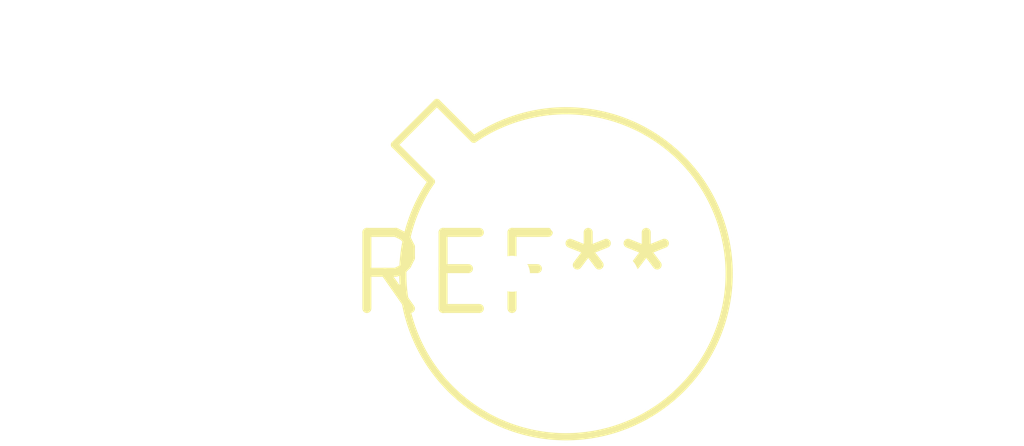
<source format=kicad_pcb>
(kicad_pcb (version 20240108) (generator pcbnew)
  (layers (0 "F.Cu" signal) (31 "B.Cu" signal) (34 "B.Paste" user) (35 "F.Paste" user) (36 "B.SilkS" user "B.Silkscreen") (37 "F.SilkS" user "F.Silkscreen") (38 "B.Mask" user) (39 "F.Mask" user) (44 "Edge.Cuts" user))
  (net 0 "")
  (footprint "TO-17-4_Window" (layer "F.Cu") (at 0 0)
    (property "Reference" "REF**")
    (property "Value" "TO-17-4_Window")
    (fp_line (start -1.959292 -2.152185) (end -1.344109 -1.537002) (layer "F.SilkS") (stroke (width 0.12)))
    (fp_line (start -1.252185 -2.859292) (end -1.959292 -2.152185) (layer "F.SilkS") (stroke (width 0.12)))
    (fp_line (start -0.637002 -2.244109) (end -1.252185 -2.859292) (layer "F.SilkS") (stroke (width 0.12)))
    (fp_arc (start -0.637002 -2.244109) (mid 2.82358 1.923081) (end -1.344508 -1.536419) (layer "F.SilkS") (stroke (width 0.12)))
    (pad "1" thru_hole oval (at 0 0) (size 1.2 0.9) (drill 0.6) (layers *.Cu *.Mask) (remove_unused_layers))
    (pad "2" thru_hole oval (at 0.9 0.9) (size 0.9 0.9) (drill 0.6) (layers *.Cu *.Mask) (remove_unused_layers))
    (pad "3" thru_hole oval (at 1.8 0) (size 0.9 0.9) (drill 0.6) (layers *.Cu *.Mask) (remove_unused_layers))
    (pad "4" thru_hole oval (at 0.9 -0.9) (size 0.9 0.9) (drill 0.6) (layers *.Cu *.Mask) (remove_unused_layers))
  )
)
</source>
